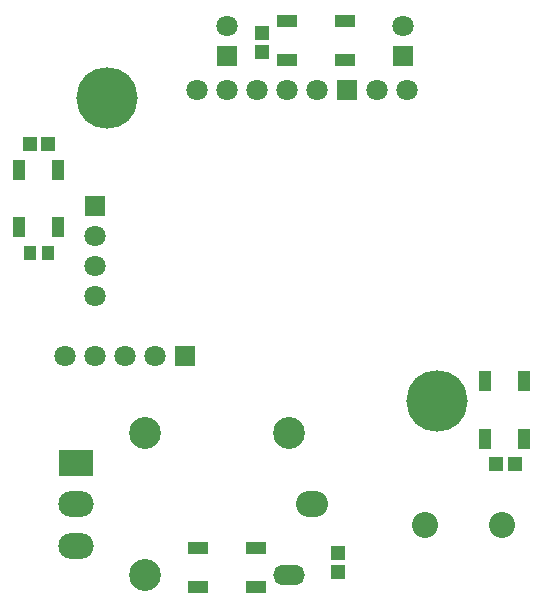
<source format=gbs>
G04 Layer_Color=16711935*
%FSLAX44Y44*%
%MOMM*%
G71*
G01*
G75*
%ADD52R,1.1532X1.1532*%
%ADD57R,1.0032X1.1532*%
%ADD59R,1.1532X1.1532*%
%ADD68C,1.8032*%
%ADD69R,1.8032X1.8032*%
%ADD70R,1.8032X1.8032*%
%ADD71C,5.2032*%
%ADD72O,2.7032X2.2032*%
%ADD73C,2.7032*%
%ADD74O,2.7032X1.7032*%
%ADD75R,3.0032X2.2032*%
%ADD76O,3.0032X2.2032*%
%ADD77C,2.2032*%
%ADD78R,1.7032X1.1032*%
%ADD79R,1.1032X1.7032*%
D52*
X217000Y463000D02*
D03*
Y479000D02*
D03*
X281000Y39000D02*
D03*
Y23000D02*
D03*
D57*
X20000Y293000D02*
D03*
X36000D02*
D03*
D59*
X20000Y385000D02*
D03*
X36000D02*
D03*
X431000Y114000D02*
D03*
X415000D02*
D03*
D68*
X186900Y485280D02*
D03*
X336000D02*
D03*
X75000Y256610D02*
D03*
Y282010D02*
D03*
Y307410D02*
D03*
X161500Y430600D02*
D03*
X339300D02*
D03*
X313900D02*
D03*
X212300D02*
D03*
X186900D02*
D03*
X237700D02*
D03*
X263100D02*
D03*
X49600Y205810D02*
D03*
X75000D02*
D03*
X100400D02*
D03*
X125800D02*
D03*
D69*
X186900Y459880D02*
D03*
X336000D02*
D03*
D70*
X75000Y332810D02*
D03*
X288500Y430600D02*
D03*
X151200Y205810D02*
D03*
D71*
X85160Y424250D02*
D03*
X364560Y167710D02*
D03*
D72*
X259500Y80000D02*
D03*
D73*
X117500Y20000D02*
D03*
X239500Y140000D02*
D03*
X117500Y140000D02*
D03*
D74*
X239500Y20000D02*
D03*
D75*
X59000Y115000D02*
D03*
D76*
Y80000D02*
D03*
Y45000D02*
D03*
D77*
X355000Y62500D02*
D03*
X420000D02*
D03*
D78*
X238015Y488990D02*
D03*
Y455990D02*
D03*
X287015D02*
D03*
Y488990D02*
D03*
X211500Y10000D02*
D03*
Y43000D02*
D03*
X162500D02*
D03*
Y10000D02*
D03*
D79*
X11450Y363435D02*
D03*
X44450D02*
D03*
Y314435D02*
D03*
X11450D02*
D03*
X438500Y184150D02*
D03*
X405500D02*
D03*
Y135150D02*
D03*
X438500D02*
D03*
M02*

</source>
